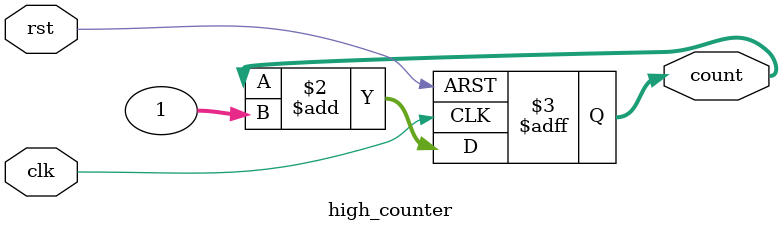
<source format=v>
/*
 * high_counter.v: Counts all highs in the input signal since the last release of the rst signal.
 * author: Till Mahlburg
 * year: 2019
 * organization: Universität Leipzig
 * license: ISC
 *
 */

module high_counter (
	input	clk,
	input 	rst,

	output reg [31:0] count);

	always @(posedge rst or posedge clk) begin
		if (rst) begin
			count <= 0;
		end else begin
			count <= count + 1;
		end
	end
	`ifdef COCOTB_SIM
		initial begin
			$dumpfile("high_counter.vcd");
			$dumpvars(0, high_counter);
			#1;
		end
	`endif
endmodule


</source>
